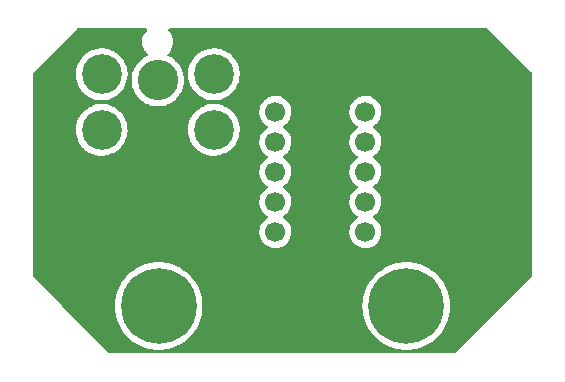
<source format=gbr>
%TF.GenerationSoftware,KiCad,Pcbnew,(6.0.0)*%
%TF.CreationDate,2024-07-10T16:52:07-07:00*%
%TF.ProjectId,pre_cursed_dc_inlet,7072655f-6375-4727-9365-645f64635f69,rev?*%
%TF.SameCoordinates,Original*%
%TF.FileFunction,Copper,L2,Bot*%
%TF.FilePolarity,Positive*%
%FSLAX46Y46*%
G04 Gerber Fmt 4.6, Leading zero omitted, Abs format (unit mm)*
G04 Created by KiCad (PCBNEW (6.0.0)) date 2024-07-10 16:52:07*
%MOMM*%
%LPD*%
G01*
G04 APERTURE LIST*
%TA.AperFunction,ComponentPad*%
%ADD10C,1.700000*%
%TD*%
%TA.AperFunction,ComponentPad*%
%ADD11C,6.400000*%
%TD*%
%TA.AperFunction,ComponentPad*%
%ADD12C,3.420000*%
%TD*%
%TA.AperFunction,ComponentPad*%
%ADD13C,3.360000*%
%TD*%
G04 APERTURE END LIST*
D10*
%TO.P,V-,1*%
%TO.N,V-*%
X155760000Y-92080000D03*
X148140000Y-102240000D03*
X155760000Y-94620000D03*
X155760000Y-97160000D03*
X148140000Y-97160000D03*
X155760000Y-102240000D03*
X155760000Y-99700000D03*
X148140000Y-92080000D03*
X148140000Y-94620000D03*
X148140000Y-99700000D03*
%TD*%
D11*
%TO.P,REF\u002A\u002A,1*%
%TO.N,V-*%
X159223204Y-108510366D03*
%TD*%
%TO.P,REF\u002A\u002A,1*%
%TO.N,V-*%
X138252832Y-108510366D03*
%TD*%
D10*
%TO.P,V+,1*%
%TO.N,V+*%
X167610000Y-92080000D03*
X159990000Y-102240000D03*
X167610000Y-94620000D03*
X167610000Y-97160000D03*
X159990000Y-97160000D03*
X167610000Y-102240000D03*
X167610000Y-99700000D03*
X159990000Y-92080000D03*
X159990000Y-94620000D03*
X159990000Y-99700000D03*
%TD*%
D12*
%TO.P,Vin,1*%
%TO.N,V+*%
X138180000Y-95390000D03*
%TO.P,Vin,2*%
%TO.N,V-*%
X138180000Y-89390000D03*
D13*
%TO.P,Vin,MH1*%
X142930000Y-93590000D03*
%TO.P,Vin,MH2*%
X142930000Y-88890000D03*
%TO.P,Vin,MH3*%
X133430000Y-93590000D03*
%TO.P,Vin,MH4*%
X133430000Y-88890000D03*
%TD*%
%TA.AperFunction,Conductor*%
%TO.N,V+*%
G36*
X137225433Y-85028002D02*
G01*
X137271926Y-85081658D01*
X137282030Y-85151932D01*
X137252536Y-85216512D01*
X137246407Y-85223095D01*
X137173802Y-85295700D01*
X137042477Y-85483251D01*
X137040154Y-85488233D01*
X137040151Y-85488238D01*
X136948039Y-85685775D01*
X136945716Y-85690757D01*
X136886457Y-85911913D01*
X136866502Y-86140000D01*
X136886457Y-86368087D01*
X136945716Y-86589243D01*
X136948039Y-86594224D01*
X136948039Y-86594225D01*
X137040151Y-86791762D01*
X137040154Y-86791767D01*
X137042477Y-86796749D01*
X137115902Y-86901611D01*
X137146992Y-86946011D01*
X137173802Y-86984300D01*
X137335700Y-87146198D01*
X137333992Y-87147906D01*
X137367632Y-87198514D01*
X137368728Y-87269503D01*
X137331271Y-87329814D01*
X137303026Y-87348881D01*
X137072074Y-87462773D01*
X137072069Y-87462776D01*
X137068370Y-87464600D01*
X137064937Y-87466894D01*
X136829996Y-87623876D01*
X136829991Y-87623880D01*
X136826565Y-87626169D01*
X136823471Y-87628883D01*
X136823465Y-87628887D01*
X136685199Y-87750144D01*
X136607918Y-87817918D01*
X136605209Y-87821007D01*
X136418887Y-88033465D01*
X136418883Y-88033471D01*
X136416169Y-88036565D01*
X136413880Y-88039991D01*
X136413876Y-88039996D01*
X136338776Y-88152392D01*
X136254600Y-88278370D01*
X136252776Y-88282069D01*
X136252773Y-88282074D01*
X136209213Y-88370406D01*
X136125976Y-88539195D01*
X136032496Y-88814578D01*
X136031692Y-88818622D01*
X136031690Y-88818628D01*
X136022063Y-88867029D01*
X135975760Y-89099806D01*
X135956740Y-89390000D01*
X135975760Y-89680194D01*
X135976562Y-89684227D01*
X135976563Y-89684233D01*
X136031690Y-89961372D01*
X136032496Y-89965422D01*
X136033823Y-89969331D01*
X136033824Y-89969335D01*
X136065154Y-90061629D01*
X136125976Y-90240805D01*
X136156367Y-90302432D01*
X136241967Y-90476012D01*
X136254600Y-90501630D01*
X136256894Y-90505063D01*
X136402402Y-90722831D01*
X136416169Y-90743435D01*
X136418883Y-90746529D01*
X136418887Y-90746535D01*
X136511977Y-90852683D01*
X136607918Y-90962082D01*
X136611007Y-90964791D01*
X136823465Y-91151113D01*
X136823471Y-91151117D01*
X136826565Y-91153831D01*
X136829991Y-91156120D01*
X136829996Y-91156124D01*
X137011196Y-91277197D01*
X137068370Y-91315400D01*
X137072069Y-91317224D01*
X137072074Y-91317227D01*
X137205680Y-91383113D01*
X137329195Y-91444024D01*
X137333100Y-91445349D01*
X137333101Y-91445350D01*
X137600665Y-91536176D01*
X137600669Y-91536177D01*
X137604578Y-91537504D01*
X137608622Y-91538308D01*
X137608628Y-91538310D01*
X137885767Y-91593437D01*
X137885773Y-91593438D01*
X137889806Y-91594240D01*
X137893911Y-91594509D01*
X137893918Y-91594510D01*
X138175881Y-91612990D01*
X138180000Y-91613260D01*
X138184119Y-91612990D01*
X138466082Y-91594510D01*
X138466089Y-91594509D01*
X138470194Y-91594240D01*
X138474227Y-91593438D01*
X138474233Y-91593437D01*
X138751372Y-91538310D01*
X138751378Y-91538308D01*
X138755422Y-91537504D01*
X138759331Y-91536177D01*
X138759335Y-91536176D01*
X139026899Y-91445350D01*
X139026900Y-91445349D01*
X139030805Y-91444024D01*
X139154320Y-91383113D01*
X139287926Y-91317227D01*
X139287931Y-91317224D01*
X139291630Y-91315400D01*
X139348804Y-91277197D01*
X139530004Y-91156124D01*
X139530009Y-91156120D01*
X139533435Y-91153831D01*
X139536529Y-91151117D01*
X139536535Y-91151113D01*
X139748993Y-90964791D01*
X139752082Y-90962082D01*
X139848023Y-90852683D01*
X139941113Y-90746535D01*
X139941117Y-90746529D01*
X139943831Y-90743435D01*
X139957599Y-90722831D01*
X140103106Y-90505063D01*
X140105400Y-90501630D01*
X140118034Y-90476012D01*
X140203633Y-90302432D01*
X140234024Y-90240805D01*
X140294846Y-90061629D01*
X140326176Y-89969335D01*
X140326177Y-89969331D01*
X140327504Y-89965422D01*
X140328310Y-89961372D01*
X140383437Y-89684233D01*
X140383438Y-89684227D01*
X140384240Y-89680194D01*
X140403260Y-89390000D01*
X140384240Y-89099806D01*
X140337938Y-88867029D01*
X140736506Y-88867029D01*
X140753683Y-89164933D01*
X140754508Y-89169140D01*
X140754509Y-89169145D01*
X140767068Y-89233157D01*
X140811132Y-89457749D01*
X140812519Y-89461800D01*
X140885884Y-89676082D01*
X140907788Y-89740060D01*
X140909714Y-89743889D01*
X141023102Y-89969335D01*
X141041864Y-90006640D01*
X141044290Y-90010169D01*
X141044293Y-90010175D01*
X141084621Y-90068852D01*
X141210879Y-90252558D01*
X141411705Y-90473263D01*
X141449737Y-90505063D01*
X141637334Y-90661919D01*
X141637339Y-90661923D01*
X141640626Y-90664671D01*
X141760717Y-90740004D01*
X141889766Y-90820957D01*
X141889770Y-90820959D01*
X141893406Y-90823240D01*
X141897316Y-90825005D01*
X141897317Y-90825006D01*
X142161455Y-90944269D01*
X142161459Y-90944271D01*
X142165367Y-90946035D01*
X142219541Y-90962082D01*
X142447365Y-91029567D01*
X142447369Y-91029568D01*
X142451478Y-91030785D01*
X142455712Y-91031433D01*
X142455717Y-91031434D01*
X142715150Y-91071132D01*
X142746443Y-91075921D01*
X142898363Y-91078308D01*
X143040514Y-91080541D01*
X143040520Y-91080541D01*
X143044805Y-91080608D01*
X143341042Y-91044759D01*
X143629674Y-90969038D01*
X143633634Y-90967398D01*
X143633639Y-90967396D01*
X143782362Y-90905793D01*
X143905358Y-90854846D01*
X143936518Y-90836638D01*
X144159296Y-90706457D01*
X144159297Y-90706457D01*
X144162994Y-90704296D01*
X144213530Y-90664671D01*
X144394442Y-90522817D01*
X144397814Y-90520173D01*
X144415784Y-90501630D01*
X144602491Y-90308963D01*
X144605474Y-90305885D01*
X144608007Y-90302437D01*
X144608011Y-90302432D01*
X144779592Y-90068852D01*
X144782130Y-90065397D01*
X144814032Y-90006640D01*
X144922463Y-89806935D01*
X144922464Y-89806933D01*
X144924513Y-89803159D01*
X145029989Y-89524024D01*
X145096607Y-89233157D01*
X145123133Y-88935940D01*
X145123614Y-88890000D01*
X145118472Y-88814578D01*
X145103610Y-88596569D01*
X145103609Y-88596563D01*
X145103318Y-88592292D01*
X145098609Y-88569550D01*
X145072195Y-88442003D01*
X145042807Y-88300094D01*
X144943199Y-88018811D01*
X144806339Y-87753649D01*
X144790123Y-87730575D01*
X144637221Y-87513019D01*
X144634758Y-87509514D01*
X144467771Y-87329814D01*
X144434553Y-87294067D01*
X144434550Y-87294064D01*
X144431632Y-87290924D01*
X144200719Y-87101924D01*
X144147803Y-87069497D01*
X143949943Y-86948247D01*
X143949935Y-86948243D01*
X143946293Y-86946011D01*
X143942376Y-86944292D01*
X143942373Y-86944290D01*
X143821453Y-86891210D01*
X143673060Y-86826071D01*
X143668932Y-86824895D01*
X143668929Y-86824894D01*
X143552617Y-86791762D01*
X143386078Y-86744322D01*
X143381836Y-86743718D01*
X143381830Y-86743717D01*
X143094907Y-86702882D01*
X143090656Y-86702277D01*
X142934109Y-86701458D01*
X142796549Y-86700737D01*
X142796543Y-86700737D01*
X142792262Y-86700715D01*
X142788018Y-86701274D01*
X142788014Y-86701274D01*
X142658290Y-86718352D01*
X142496416Y-86739663D01*
X142492276Y-86740796D01*
X142492274Y-86740796D01*
X142475083Y-86745499D01*
X142208594Y-86818403D01*
X142141889Y-86846855D01*
X141938062Y-86933794D01*
X141938055Y-86933798D01*
X141934120Y-86935476D01*
X141678075Y-87088716D01*
X141674724Y-87091400D01*
X141674722Y-87091402D01*
X141658198Y-87104640D01*
X141445195Y-87275287D01*
X141239791Y-87491738D01*
X141065663Y-87734062D01*
X140926034Y-87997777D01*
X140924562Y-88001800D01*
X140924560Y-88001804D01*
X140832438Y-88253538D01*
X140823486Y-88278001D01*
X140759918Y-88569550D01*
X140736506Y-88867029D01*
X140337938Y-88867029D01*
X140328310Y-88818628D01*
X140328308Y-88818622D01*
X140327504Y-88814578D01*
X140234024Y-88539195D01*
X140150787Y-88370406D01*
X140107227Y-88282074D01*
X140107224Y-88282069D01*
X140105400Y-88278370D01*
X140021224Y-88152392D01*
X139946124Y-88039996D01*
X139946120Y-88039991D01*
X139943831Y-88036565D01*
X139941117Y-88033471D01*
X139941113Y-88033465D01*
X139754791Y-87821007D01*
X139752082Y-87817918D01*
X139674801Y-87750144D01*
X139536535Y-87628887D01*
X139536529Y-87628883D01*
X139533435Y-87626169D01*
X139530009Y-87623880D01*
X139530004Y-87623876D01*
X139295063Y-87466894D01*
X139291630Y-87464600D01*
X139287931Y-87462776D01*
X139287926Y-87462773D01*
X139056974Y-87348881D01*
X139004725Y-87300813D01*
X138986758Y-87232127D01*
X139008777Y-87164632D01*
X139024926Y-87146824D01*
X139024300Y-87146198D01*
X139186198Y-86984300D01*
X139213009Y-86946011D01*
X139244098Y-86901611D01*
X139317523Y-86796749D01*
X139319846Y-86791767D01*
X139319849Y-86791762D01*
X139411961Y-86594225D01*
X139411961Y-86594224D01*
X139414284Y-86589243D01*
X139473543Y-86368087D01*
X139493498Y-86140000D01*
X139473543Y-85911913D01*
X139414284Y-85690757D01*
X139411961Y-85685775D01*
X139319849Y-85488238D01*
X139319846Y-85488233D01*
X139317523Y-85483251D01*
X139186198Y-85295700D01*
X139113593Y-85223095D01*
X139079567Y-85160783D01*
X139084632Y-85089968D01*
X139127179Y-85033132D01*
X139193699Y-85008321D01*
X139202688Y-85008000D01*
X166079106Y-85008000D01*
X166147227Y-85028002D01*
X166168201Y-85044905D01*
X169796811Y-88673515D01*
X169830837Y-88735827D01*
X169833716Y-88762610D01*
X169833716Y-105987385D01*
X169813714Y-106055506D01*
X169796811Y-106076480D01*
X163418201Y-112455091D01*
X163355889Y-112489117D01*
X163329106Y-112491996D01*
X134146930Y-112491996D01*
X134078809Y-112471994D01*
X134057835Y-112455091D01*
X130113109Y-108510366D01*
X134539243Y-108510366D01*
X134559586Y-108898542D01*
X134620394Y-109282465D01*
X134720999Y-109657928D01*
X134860300Y-110020819D01*
X135036770Y-110367160D01*
X135248475Y-110693159D01*
X135493098Y-110995242D01*
X135767956Y-111270100D01*
X136070039Y-111514723D01*
X136396037Y-111726428D01*
X136398971Y-111727923D01*
X136398978Y-111727927D01*
X136739439Y-111901400D01*
X136742379Y-111902898D01*
X137105270Y-112042199D01*
X137480733Y-112142804D01*
X137684625Y-112175098D01*
X137861408Y-112203098D01*
X137861416Y-112203099D01*
X137864656Y-112203612D01*
X138252832Y-112223955D01*
X138641008Y-112203612D01*
X138644248Y-112203099D01*
X138644256Y-112203098D01*
X138821039Y-112175098D01*
X139024931Y-112142804D01*
X139400394Y-112042199D01*
X139763285Y-111902898D01*
X139766225Y-111901400D01*
X140106686Y-111727927D01*
X140106693Y-111727923D01*
X140109627Y-111726428D01*
X140435625Y-111514723D01*
X140737708Y-111270100D01*
X141012566Y-110995242D01*
X141257189Y-110693159D01*
X141468894Y-110367160D01*
X141645364Y-110020819D01*
X141784665Y-109657928D01*
X141885270Y-109282465D01*
X141946078Y-108898542D01*
X141966421Y-108510366D01*
X155509615Y-108510366D01*
X155529958Y-108898542D01*
X155590766Y-109282465D01*
X155691371Y-109657928D01*
X155830672Y-110020819D01*
X156007142Y-110367160D01*
X156218847Y-110693159D01*
X156463470Y-110995242D01*
X156738328Y-111270100D01*
X157040411Y-111514723D01*
X157366409Y-111726428D01*
X157369343Y-111727923D01*
X157369350Y-111727927D01*
X157709811Y-111901400D01*
X157712751Y-111902898D01*
X158075642Y-112042199D01*
X158451105Y-112142804D01*
X158654997Y-112175098D01*
X158831780Y-112203098D01*
X158831788Y-112203099D01*
X158835028Y-112203612D01*
X159223204Y-112223955D01*
X159611380Y-112203612D01*
X159614620Y-112203099D01*
X159614628Y-112203098D01*
X159791411Y-112175098D01*
X159995303Y-112142804D01*
X160370766Y-112042199D01*
X160733657Y-111902898D01*
X160736597Y-111901400D01*
X161077058Y-111727927D01*
X161077065Y-111727923D01*
X161079999Y-111726428D01*
X161405997Y-111514723D01*
X161708080Y-111270100D01*
X161982938Y-110995242D01*
X162227561Y-110693159D01*
X162439266Y-110367160D01*
X162615736Y-110020819D01*
X162755037Y-109657928D01*
X162855642Y-109282465D01*
X162916450Y-108898542D01*
X162936793Y-108510366D01*
X162916450Y-108122190D01*
X162855642Y-107738267D01*
X162755037Y-107362804D01*
X162615736Y-106999913D01*
X162439266Y-106653572D01*
X162393705Y-106583413D01*
X162229356Y-106330337D01*
X162229356Y-106330336D01*
X162227561Y-106327573D01*
X161982938Y-106025490D01*
X161708080Y-105750632D01*
X161405997Y-105506009D01*
X161079999Y-105294304D01*
X161077065Y-105292809D01*
X161077058Y-105292805D01*
X160736597Y-105119332D01*
X160733657Y-105117834D01*
X160370766Y-104978533D01*
X159995303Y-104877928D01*
X159791411Y-104845634D01*
X159614628Y-104817634D01*
X159614620Y-104817633D01*
X159611380Y-104817120D01*
X159223204Y-104796777D01*
X158835028Y-104817120D01*
X158831788Y-104817633D01*
X158831780Y-104817634D01*
X158654997Y-104845634D01*
X158451105Y-104877928D01*
X158075642Y-104978533D01*
X157712751Y-105117834D01*
X157709811Y-105119332D01*
X157369351Y-105292805D01*
X157369344Y-105292809D01*
X157366410Y-105294304D01*
X157040411Y-105506009D01*
X156738328Y-105750632D01*
X156463470Y-106025490D01*
X156218847Y-106327573D01*
X156217052Y-106330336D01*
X156217052Y-106330337D01*
X156052704Y-106583413D01*
X156007142Y-106653572D01*
X155830672Y-106999913D01*
X155691371Y-107362804D01*
X155590766Y-107738267D01*
X155529958Y-108122190D01*
X155509615Y-108510366D01*
X141966421Y-108510366D01*
X141946078Y-108122190D01*
X141885270Y-107738267D01*
X141784665Y-107362804D01*
X141645364Y-106999913D01*
X141468894Y-106653572D01*
X141423333Y-106583413D01*
X141258984Y-106330337D01*
X141258984Y-106330336D01*
X141257189Y-106327573D01*
X141012566Y-106025490D01*
X140737708Y-105750632D01*
X140435625Y-105506009D01*
X140109627Y-105294304D01*
X140106693Y-105292809D01*
X140106686Y-105292805D01*
X139766225Y-105119332D01*
X139763285Y-105117834D01*
X139400394Y-104978533D01*
X139024931Y-104877928D01*
X138821039Y-104845634D01*
X138644256Y-104817634D01*
X138644248Y-104817633D01*
X138641008Y-104817120D01*
X138252832Y-104796777D01*
X137864656Y-104817120D01*
X137861416Y-104817633D01*
X137861408Y-104817634D01*
X137684625Y-104845634D01*
X137480733Y-104877928D01*
X137105270Y-104978533D01*
X136742379Y-105117834D01*
X136739439Y-105119332D01*
X136398979Y-105292805D01*
X136398972Y-105292809D01*
X136396038Y-105294304D01*
X136070039Y-105506009D01*
X135767956Y-105750632D01*
X135493098Y-106025490D01*
X135248475Y-106327573D01*
X135246680Y-106330336D01*
X135246680Y-106330337D01*
X135082332Y-106583413D01*
X135036770Y-106653572D01*
X134860300Y-106999913D01*
X134720999Y-107362804D01*
X134620394Y-107738267D01*
X134559586Y-108122190D01*
X134539243Y-108510366D01*
X130113109Y-108510366D01*
X127679224Y-106076481D01*
X127645198Y-106014169D01*
X127642319Y-105987386D01*
X127642319Y-102206695D01*
X146777251Y-102206695D01*
X146777548Y-102211848D01*
X146777548Y-102211851D01*
X146783011Y-102306590D01*
X146790110Y-102429715D01*
X146791247Y-102434761D01*
X146791248Y-102434767D01*
X146811119Y-102522939D01*
X146839222Y-102647639D01*
X146923266Y-102854616D01*
X147039987Y-103045088D01*
X147186250Y-103213938D01*
X147358126Y-103356632D01*
X147551000Y-103469338D01*
X147759692Y-103549030D01*
X147764760Y-103550061D01*
X147764763Y-103550062D01*
X147872017Y-103571883D01*
X147978597Y-103593567D01*
X147983772Y-103593757D01*
X147983774Y-103593757D01*
X148196673Y-103601564D01*
X148196677Y-103601564D01*
X148201837Y-103601753D01*
X148206957Y-103601097D01*
X148206959Y-103601097D01*
X148418288Y-103574025D01*
X148418289Y-103574025D01*
X148423416Y-103573368D01*
X148428366Y-103571883D01*
X148632429Y-103510661D01*
X148632434Y-103510659D01*
X148637384Y-103509174D01*
X148837994Y-103410896D01*
X149019860Y-103281173D01*
X149178096Y-103123489D01*
X149237594Y-103040689D01*
X149305435Y-102946277D01*
X149308453Y-102942077D01*
X149407430Y-102741811D01*
X149472370Y-102528069D01*
X149501529Y-102306590D01*
X149503156Y-102240000D01*
X149500418Y-102206695D01*
X154397251Y-102206695D01*
X154397548Y-102211848D01*
X154397548Y-102211851D01*
X154403011Y-102306590D01*
X154410110Y-102429715D01*
X154411247Y-102434761D01*
X154411248Y-102434767D01*
X154431119Y-102522939D01*
X154459222Y-102647639D01*
X154543266Y-102854616D01*
X154659987Y-103045088D01*
X154806250Y-103213938D01*
X154978126Y-103356632D01*
X155171000Y-103469338D01*
X155379692Y-103549030D01*
X155384760Y-103550061D01*
X155384763Y-103550062D01*
X155492017Y-103571883D01*
X155598597Y-103593567D01*
X155603772Y-103593757D01*
X155603774Y-103593757D01*
X155816673Y-103601564D01*
X155816677Y-103601564D01*
X155821837Y-103601753D01*
X155826957Y-103601097D01*
X155826959Y-103601097D01*
X156038288Y-103574025D01*
X156038289Y-103574025D01*
X156043416Y-103573368D01*
X156048366Y-103571883D01*
X156252429Y-103510661D01*
X156252434Y-103510659D01*
X156257384Y-103509174D01*
X156457994Y-103410896D01*
X156639860Y-103281173D01*
X156798096Y-103123489D01*
X156857594Y-103040689D01*
X156925435Y-102946277D01*
X156928453Y-102942077D01*
X157027430Y-102741811D01*
X157092370Y-102528069D01*
X157121529Y-102306590D01*
X157123156Y-102240000D01*
X157104852Y-102017361D01*
X157050431Y-101800702D01*
X156961354Y-101595840D01*
X156840014Y-101408277D01*
X156689670Y-101243051D01*
X156685619Y-101239852D01*
X156685615Y-101239848D01*
X156518414Y-101107800D01*
X156518410Y-101107798D01*
X156514359Y-101104598D01*
X156473053Y-101081796D01*
X156423084Y-101031364D01*
X156408312Y-100961921D01*
X156433428Y-100895516D01*
X156460780Y-100868909D01*
X156504603Y-100837650D01*
X156639860Y-100741173D01*
X156798096Y-100583489D01*
X156857594Y-100500689D01*
X156925435Y-100406277D01*
X156928453Y-100402077D01*
X157027430Y-100201811D01*
X157092370Y-99988069D01*
X157121529Y-99766590D01*
X157123156Y-99700000D01*
X157104852Y-99477361D01*
X157050431Y-99260702D01*
X156961354Y-99055840D01*
X156840014Y-98868277D01*
X156689670Y-98703051D01*
X156685619Y-98699852D01*
X156685615Y-98699848D01*
X156518414Y-98567800D01*
X156518410Y-98567798D01*
X156514359Y-98564598D01*
X156473053Y-98541796D01*
X156423084Y-98491364D01*
X156408312Y-98421921D01*
X156433428Y-98355516D01*
X156460780Y-98328909D01*
X156504603Y-98297650D01*
X156639860Y-98201173D01*
X156798096Y-98043489D01*
X156857594Y-97960689D01*
X156925435Y-97866277D01*
X156928453Y-97862077D01*
X157027430Y-97661811D01*
X157092370Y-97448069D01*
X157121529Y-97226590D01*
X157123156Y-97160000D01*
X157104852Y-96937361D01*
X157050431Y-96720702D01*
X156961354Y-96515840D01*
X156840014Y-96328277D01*
X156689670Y-96163051D01*
X156685619Y-96159852D01*
X156685615Y-96159848D01*
X156518414Y-96027800D01*
X156518410Y-96027798D01*
X156514359Y-96024598D01*
X156473053Y-96001796D01*
X156423084Y-95951364D01*
X156408312Y-95881921D01*
X156433428Y-95815516D01*
X156460780Y-95788909D01*
X156524203Y-95743670D01*
X156639860Y-95661173D01*
X156798096Y-95503489D01*
X156857594Y-95420689D01*
X156925435Y-95326277D01*
X156928453Y-95322077D01*
X157000643Y-95176012D01*
X157025136Y-95126453D01*
X157025137Y-95126451D01*
X157027430Y-95121811D01*
X157092370Y-94908069D01*
X157121529Y-94686590D01*
X157123156Y-94620000D01*
X157104852Y-94397361D01*
X157050431Y-94180702D01*
X156961354Y-93975840D01*
X156840014Y-93788277D01*
X156689670Y-93623051D01*
X156685619Y-93619852D01*
X156685615Y-93619848D01*
X156518414Y-93487800D01*
X156518410Y-93487798D01*
X156514359Y-93484598D01*
X156473053Y-93461796D01*
X156423084Y-93411364D01*
X156408312Y-93341921D01*
X156433428Y-93275516D01*
X156460780Y-93248909D01*
X156504603Y-93217650D01*
X156639860Y-93121173D01*
X156798096Y-92963489D01*
X156857594Y-92880689D01*
X156925435Y-92786277D01*
X156928453Y-92782077D01*
X156961604Y-92715002D01*
X157025136Y-92586453D01*
X157025137Y-92586451D01*
X157027430Y-92581811D01*
X157092370Y-92368069D01*
X157121529Y-92146590D01*
X157123156Y-92080000D01*
X157104852Y-91857361D01*
X157050431Y-91640702D01*
X156961354Y-91435840D01*
X156840014Y-91248277D01*
X156689670Y-91083051D01*
X156685619Y-91079852D01*
X156685615Y-91079848D01*
X156518414Y-90947800D01*
X156518410Y-90947798D01*
X156514359Y-90944598D01*
X156318789Y-90836638D01*
X156313920Y-90834914D01*
X156313916Y-90834912D01*
X156113087Y-90763795D01*
X156113083Y-90763794D01*
X156108212Y-90762069D01*
X156103119Y-90761162D01*
X156103116Y-90761161D01*
X155893373Y-90723800D01*
X155893367Y-90723799D01*
X155888284Y-90722894D01*
X155814452Y-90721992D01*
X155670081Y-90720228D01*
X155670079Y-90720228D01*
X155664911Y-90720165D01*
X155444091Y-90753955D01*
X155231756Y-90823357D01*
X155033607Y-90926507D01*
X155029474Y-90929610D01*
X155029471Y-90929612D01*
X154859100Y-91057530D01*
X154854965Y-91060635D01*
X154835942Y-91080541D01*
X154763714Y-91156124D01*
X154700629Y-91222138D01*
X154574743Y-91406680D01*
X154559693Y-91439103D01*
X154487556Y-91594510D01*
X154480688Y-91609305D01*
X154420989Y-91824570D01*
X154397251Y-92046695D01*
X154397548Y-92051848D01*
X154397548Y-92051851D01*
X154403011Y-92146590D01*
X154410110Y-92269715D01*
X154411247Y-92274761D01*
X154411248Y-92274767D01*
X154431119Y-92362939D01*
X154459222Y-92487639D01*
X154543266Y-92694616D01*
X154659987Y-92885088D01*
X154806250Y-93053938D01*
X154978126Y-93196632D01*
X155048595Y-93237811D01*
X155051445Y-93239476D01*
X155100169Y-93291114D01*
X155113240Y-93360897D01*
X155086509Y-93426669D01*
X155046055Y-93460027D01*
X155033607Y-93466507D01*
X155029474Y-93469610D01*
X155029471Y-93469612D01*
X154859100Y-93597530D01*
X154854965Y-93600635D01*
X154700629Y-93762138D01*
X154574743Y-93946680D01*
X154480688Y-94149305D01*
X154420989Y-94364570D01*
X154397251Y-94586695D01*
X154397548Y-94591848D01*
X154397548Y-94591851D01*
X154403011Y-94686590D01*
X154410110Y-94809715D01*
X154411247Y-94814761D01*
X154411248Y-94814767D01*
X154431119Y-94902939D01*
X154459222Y-95027639D01*
X154543266Y-95234616D01*
X154545965Y-95239020D01*
X154647246Y-95404296D01*
X154659987Y-95425088D01*
X154806250Y-95593938D01*
X154978126Y-95736632D01*
X154992034Y-95744759D01*
X155051445Y-95779476D01*
X155100169Y-95831114D01*
X155113240Y-95900897D01*
X155086509Y-95966669D01*
X155046055Y-96000027D01*
X155033607Y-96006507D01*
X155029474Y-96009610D01*
X155029471Y-96009612D01*
X155005247Y-96027800D01*
X154854965Y-96140635D01*
X154700629Y-96302138D01*
X154574743Y-96486680D01*
X154480688Y-96689305D01*
X154420989Y-96904570D01*
X154397251Y-97126695D01*
X154397548Y-97131848D01*
X154397548Y-97131851D01*
X154403011Y-97226590D01*
X154410110Y-97349715D01*
X154411247Y-97354761D01*
X154411248Y-97354767D01*
X154431119Y-97442939D01*
X154459222Y-97567639D01*
X154543266Y-97774616D01*
X154659987Y-97965088D01*
X154806250Y-98133938D01*
X154978126Y-98276632D01*
X155048595Y-98317811D01*
X155051445Y-98319476D01*
X155100169Y-98371114D01*
X155113240Y-98440897D01*
X155086509Y-98506669D01*
X155046055Y-98540027D01*
X155033607Y-98546507D01*
X155029474Y-98549610D01*
X155029471Y-98549612D01*
X155005247Y-98567800D01*
X154854965Y-98680635D01*
X154700629Y-98842138D01*
X154574743Y-99026680D01*
X154480688Y-99229305D01*
X154420989Y-99444570D01*
X154397251Y-99666695D01*
X154397548Y-99671848D01*
X154397548Y-99671851D01*
X154403011Y-99766590D01*
X154410110Y-99889715D01*
X154411247Y-99894761D01*
X154411248Y-99894767D01*
X154431119Y-99982939D01*
X154459222Y-100107639D01*
X154543266Y-100314616D01*
X154659987Y-100505088D01*
X154806250Y-100673938D01*
X154978126Y-100816632D01*
X155048595Y-100857811D01*
X155051445Y-100859476D01*
X155100169Y-100911114D01*
X155113240Y-100980897D01*
X155086509Y-101046669D01*
X155046055Y-101080027D01*
X155033607Y-101086507D01*
X155029474Y-101089610D01*
X155029471Y-101089612D01*
X155005247Y-101107800D01*
X154854965Y-101220635D01*
X154700629Y-101382138D01*
X154574743Y-101566680D01*
X154480688Y-101769305D01*
X154420989Y-101984570D01*
X154397251Y-102206695D01*
X149500418Y-102206695D01*
X149484852Y-102017361D01*
X149430431Y-101800702D01*
X149341354Y-101595840D01*
X149220014Y-101408277D01*
X149069670Y-101243051D01*
X149065619Y-101239852D01*
X149065615Y-101239848D01*
X148898414Y-101107800D01*
X148898410Y-101107798D01*
X148894359Y-101104598D01*
X148853053Y-101081796D01*
X148803084Y-101031364D01*
X148788312Y-100961921D01*
X148813428Y-100895516D01*
X148840780Y-100868909D01*
X148884603Y-100837650D01*
X149019860Y-100741173D01*
X149178096Y-100583489D01*
X149237594Y-100500689D01*
X149305435Y-100406277D01*
X149308453Y-100402077D01*
X149407430Y-100201811D01*
X149472370Y-99988069D01*
X149501529Y-99766590D01*
X149503156Y-99700000D01*
X149484852Y-99477361D01*
X149430431Y-99260702D01*
X149341354Y-99055840D01*
X149220014Y-98868277D01*
X149069670Y-98703051D01*
X149065619Y-98699852D01*
X149065615Y-98699848D01*
X148898414Y-98567800D01*
X148898410Y-98567798D01*
X148894359Y-98564598D01*
X148853053Y-98541796D01*
X148803084Y-98491364D01*
X148788312Y-98421921D01*
X148813428Y-98355516D01*
X148840780Y-98328909D01*
X148884603Y-98297650D01*
X149019860Y-98201173D01*
X149178096Y-98043489D01*
X149237594Y-97960689D01*
X149305435Y-97866277D01*
X149308453Y-97862077D01*
X149407430Y-97661811D01*
X149472370Y-97448069D01*
X149501529Y-97226590D01*
X149503156Y-97160000D01*
X149484852Y-96937361D01*
X149430431Y-96720702D01*
X149341354Y-96515840D01*
X149220014Y-96328277D01*
X149069670Y-96163051D01*
X149065619Y-96159852D01*
X149065615Y-96159848D01*
X148898414Y-96027800D01*
X148898410Y-96027798D01*
X148894359Y-96024598D01*
X148853053Y-96001796D01*
X148803084Y-95951364D01*
X148788312Y-95881921D01*
X148813428Y-95815516D01*
X148840780Y-95788909D01*
X148904203Y-95743670D01*
X149019860Y-95661173D01*
X149178096Y-95503489D01*
X149237594Y-95420689D01*
X149305435Y-95326277D01*
X149308453Y-95322077D01*
X149380643Y-95176012D01*
X149405136Y-95126453D01*
X149405137Y-95126451D01*
X149407430Y-95121811D01*
X149472370Y-94908069D01*
X149501529Y-94686590D01*
X149503156Y-94620000D01*
X149484852Y-94397361D01*
X149430431Y-94180702D01*
X149341354Y-93975840D01*
X149220014Y-93788277D01*
X149069670Y-93623051D01*
X149065619Y-93619852D01*
X149065615Y-93619848D01*
X148898414Y-93487800D01*
X148898410Y-93487798D01*
X148894359Y-93484598D01*
X148853053Y-93461796D01*
X148803084Y-93411364D01*
X148788312Y-93341921D01*
X148813428Y-93275516D01*
X148840780Y-93248909D01*
X148884603Y-93217650D01*
X149019860Y-93121173D01*
X149178096Y-92963489D01*
X149237594Y-92880689D01*
X149305435Y-92786277D01*
X149308453Y-92782077D01*
X149341604Y-92715002D01*
X149405136Y-92586453D01*
X149405137Y-92586451D01*
X149407430Y-92581811D01*
X149472370Y-92368069D01*
X149501529Y-92146590D01*
X149503156Y-92080000D01*
X149484852Y-91857361D01*
X149430431Y-91640702D01*
X149341354Y-91435840D01*
X149220014Y-91248277D01*
X149069670Y-91083051D01*
X149065619Y-91079852D01*
X149065615Y-91079848D01*
X148898414Y-90947800D01*
X148898410Y-90947798D01*
X148894359Y-90944598D01*
X148698789Y-90836638D01*
X148693920Y-90834914D01*
X148693916Y-90834912D01*
X148493087Y-90763795D01*
X148493083Y-90763794D01*
X148488212Y-90762069D01*
X148483119Y-90761162D01*
X148483116Y-90761161D01*
X148273373Y-90723800D01*
X148273367Y-90723799D01*
X148268284Y-90722894D01*
X148194452Y-90721992D01*
X148050081Y-90720228D01*
X148050079Y-90720228D01*
X148044911Y-90720165D01*
X147824091Y-90753955D01*
X147611756Y-90823357D01*
X147413607Y-90926507D01*
X147409474Y-90929610D01*
X147409471Y-90929612D01*
X147239100Y-91057530D01*
X147234965Y-91060635D01*
X147215942Y-91080541D01*
X147143714Y-91156124D01*
X147080629Y-91222138D01*
X146954743Y-91406680D01*
X146939693Y-91439103D01*
X146867556Y-91594510D01*
X146860688Y-91609305D01*
X146800989Y-91824570D01*
X146777251Y-92046695D01*
X146777548Y-92051848D01*
X146777548Y-92051851D01*
X146783011Y-92146590D01*
X146790110Y-92269715D01*
X146791247Y-92274761D01*
X146791248Y-92274767D01*
X146811119Y-92362939D01*
X146839222Y-92487639D01*
X146923266Y-92694616D01*
X147039987Y-92885088D01*
X147186250Y-93053938D01*
X147358126Y-93196632D01*
X147428595Y-93237811D01*
X147431445Y-93239476D01*
X147480169Y-93291114D01*
X147493240Y-93360897D01*
X147466509Y-93426669D01*
X147426055Y-93460027D01*
X147413607Y-93466507D01*
X147409474Y-93469610D01*
X147409471Y-93469612D01*
X147239100Y-93597530D01*
X147234965Y-93600635D01*
X147080629Y-93762138D01*
X146954743Y-93946680D01*
X146860688Y-94149305D01*
X146800989Y-94364570D01*
X146777251Y-94586695D01*
X146777548Y-94591848D01*
X146777548Y-94591851D01*
X146783011Y-94686590D01*
X146790110Y-94809715D01*
X146791247Y-94814761D01*
X146791248Y-94814767D01*
X146811119Y-94902939D01*
X146839222Y-95027639D01*
X146923266Y-95234616D01*
X146925965Y-95239020D01*
X147027246Y-95404296D01*
X147039987Y-95425088D01*
X147186250Y-95593938D01*
X147358126Y-95736632D01*
X147372034Y-95744759D01*
X147431445Y-95779476D01*
X147480169Y-95831114D01*
X147493240Y-95900897D01*
X147466509Y-95966669D01*
X147426055Y-96000027D01*
X147413607Y-96006507D01*
X147409474Y-96009610D01*
X147409471Y-96009612D01*
X147385247Y-96027800D01*
X147234965Y-96140635D01*
X147080629Y-96302138D01*
X146954743Y-96486680D01*
X146860688Y-96689305D01*
X146800989Y-96904570D01*
X146777251Y-97126695D01*
X146777548Y-97131848D01*
X146777548Y-97131851D01*
X146783011Y-97226590D01*
X146790110Y-97349715D01*
X146791247Y-97354761D01*
X146791248Y-97354767D01*
X146811119Y-97442939D01*
X146839222Y-97567639D01*
X146923266Y-97774616D01*
X147039987Y-97965088D01*
X147186250Y-98133938D01*
X147358126Y-98276632D01*
X147428595Y-98317811D01*
X147431445Y-98319476D01*
X147480169Y-98371114D01*
X147493240Y-98440897D01*
X147466509Y-98506669D01*
X147426055Y-98540027D01*
X147413607Y-98546507D01*
X147409474Y-98549610D01*
X147409471Y-98549612D01*
X147385247Y-98567800D01*
X147234965Y-98680635D01*
X147080629Y-98842138D01*
X146954743Y-99026680D01*
X146860688Y-99229305D01*
X146800989Y-99444570D01*
X146777251Y-99666695D01*
X146777548Y-99671848D01*
X146777548Y-99671851D01*
X146783011Y-99766590D01*
X146790110Y-99889715D01*
X146791247Y-99894761D01*
X146791248Y-99894767D01*
X146811119Y-99982939D01*
X146839222Y-100107639D01*
X146923266Y-100314616D01*
X147039987Y-100505088D01*
X147186250Y-100673938D01*
X147358126Y-100816632D01*
X147428595Y-100857811D01*
X147431445Y-100859476D01*
X147480169Y-100911114D01*
X147493240Y-100980897D01*
X147466509Y-101046669D01*
X147426055Y-101080027D01*
X147413607Y-101086507D01*
X147409474Y-101089610D01*
X147409471Y-101089612D01*
X147385247Y-101107800D01*
X147234965Y-101220635D01*
X147080629Y-101382138D01*
X146954743Y-101566680D01*
X146860688Y-101769305D01*
X146800989Y-101984570D01*
X146777251Y-102206695D01*
X127642319Y-102206695D01*
X127642319Y-93567029D01*
X131236506Y-93567029D01*
X131253683Y-93864933D01*
X131254508Y-93869140D01*
X131254509Y-93869145D01*
X131267068Y-93933157D01*
X131311132Y-94157749D01*
X131312519Y-94161800D01*
X131391451Y-94392342D01*
X131407788Y-94440060D01*
X131409714Y-94443889D01*
X131533449Y-94689908D01*
X131541864Y-94706640D01*
X131544290Y-94710169D01*
X131544293Y-94710175D01*
X131616178Y-94814767D01*
X131710879Y-94952558D01*
X131713760Y-94955724D01*
X131860380Y-95116857D01*
X131911705Y-95173263D01*
X131914993Y-95176012D01*
X132137334Y-95361919D01*
X132137339Y-95361923D01*
X132140626Y-95364671D01*
X132229926Y-95420689D01*
X132389766Y-95520957D01*
X132389770Y-95520959D01*
X132393406Y-95523240D01*
X132397316Y-95525005D01*
X132397317Y-95525006D01*
X132661455Y-95644269D01*
X132661459Y-95644271D01*
X132665367Y-95646035D01*
X132669486Y-95647255D01*
X132947365Y-95729567D01*
X132947369Y-95729568D01*
X132951478Y-95730785D01*
X132955712Y-95731433D01*
X132955717Y-95731434D01*
X133215150Y-95771132D01*
X133246443Y-95775921D01*
X133398363Y-95778308D01*
X133540514Y-95780541D01*
X133540520Y-95780541D01*
X133544805Y-95780608D01*
X133841042Y-95744759D01*
X134129674Y-95669038D01*
X134133634Y-95667398D01*
X134133639Y-95667396D01*
X134303010Y-95597240D01*
X134405358Y-95554846D01*
X134456424Y-95525006D01*
X134659296Y-95406457D01*
X134659297Y-95406457D01*
X134662994Y-95404296D01*
X134713530Y-95364671D01*
X134894442Y-95222817D01*
X134897814Y-95220173D01*
X135105474Y-95005885D01*
X135108007Y-95002437D01*
X135108011Y-95002432D01*
X135279592Y-94768852D01*
X135282130Y-94765397D01*
X135314032Y-94706640D01*
X135422463Y-94506935D01*
X135422464Y-94506933D01*
X135424513Y-94503159D01*
X135529989Y-94224024D01*
X135563298Y-94078591D01*
X135595650Y-93937337D01*
X135595651Y-93937332D01*
X135596607Y-93933157D01*
X135623133Y-93635940D01*
X135623302Y-93619848D01*
X135623588Y-93592485D01*
X135623614Y-93590000D01*
X135622048Y-93567029D01*
X140736506Y-93567029D01*
X140753683Y-93864933D01*
X140754508Y-93869140D01*
X140754509Y-93869145D01*
X140767068Y-93933157D01*
X140811132Y-94157749D01*
X140812519Y-94161800D01*
X140891451Y-94392342D01*
X140907788Y-94440060D01*
X140909714Y-94443889D01*
X141033449Y-94689908D01*
X141041864Y-94706640D01*
X141044290Y-94710169D01*
X141044293Y-94710175D01*
X141116178Y-94814767D01*
X141210879Y-94952558D01*
X141213760Y-94955724D01*
X141360380Y-95116857D01*
X141411705Y-95173263D01*
X141414993Y-95176012D01*
X141637334Y-95361919D01*
X141637339Y-95361923D01*
X141640626Y-95364671D01*
X141729926Y-95420689D01*
X141889766Y-95520957D01*
X141889770Y-95520959D01*
X141893406Y-95523240D01*
X141897316Y-95525005D01*
X141897317Y-95525006D01*
X142161455Y-95644269D01*
X142161459Y-95644271D01*
X142165367Y-95646035D01*
X142169486Y-95647255D01*
X142447365Y-95729567D01*
X142447369Y-95729568D01*
X142451478Y-95730785D01*
X142455712Y-95731433D01*
X142455717Y-95731434D01*
X142715150Y-95771132D01*
X142746443Y-95775921D01*
X142898363Y-95778308D01*
X143040514Y-95780541D01*
X143040520Y-95780541D01*
X143044805Y-95780608D01*
X143341042Y-95744759D01*
X143629674Y-95669038D01*
X143633634Y-95667398D01*
X143633639Y-95667396D01*
X143803010Y-95597240D01*
X143905358Y-95554846D01*
X143956424Y-95525006D01*
X144159296Y-95406457D01*
X144159297Y-95406457D01*
X144162994Y-95404296D01*
X144213530Y-95364671D01*
X144394442Y-95222817D01*
X144397814Y-95220173D01*
X144605474Y-95005885D01*
X144608007Y-95002437D01*
X144608011Y-95002432D01*
X144779592Y-94768852D01*
X144782130Y-94765397D01*
X144814032Y-94706640D01*
X144922463Y-94506935D01*
X144922464Y-94506933D01*
X144924513Y-94503159D01*
X145029989Y-94224024D01*
X145063298Y-94078591D01*
X145095650Y-93937337D01*
X145095651Y-93937332D01*
X145096607Y-93933157D01*
X145123133Y-93635940D01*
X145123302Y-93619848D01*
X145123588Y-93592485D01*
X145123614Y-93590000D01*
X145116647Y-93487800D01*
X145103610Y-93296569D01*
X145103609Y-93296563D01*
X145103318Y-93292292D01*
X145098609Y-93269550D01*
X145067881Y-93121173D01*
X145042807Y-93000094D01*
X144943199Y-92718811D01*
X144806339Y-92453649D01*
X144790123Y-92430575D01*
X144720549Y-92331582D01*
X144634758Y-92209514D01*
X144517533Y-92083365D01*
X144434553Y-91994067D01*
X144434550Y-91994064D01*
X144431632Y-91990924D01*
X144200719Y-91801924D01*
X144147803Y-91769497D01*
X143949943Y-91648247D01*
X143949935Y-91648243D01*
X143946293Y-91646011D01*
X143942376Y-91644292D01*
X143942373Y-91644290D01*
X143699105Y-91537504D01*
X143673060Y-91526071D01*
X143668932Y-91524895D01*
X143668929Y-91524894D01*
X143579725Y-91499484D01*
X143386078Y-91444322D01*
X143381836Y-91443718D01*
X143381830Y-91443717D01*
X143094907Y-91402882D01*
X143090656Y-91402277D01*
X142934109Y-91401458D01*
X142796549Y-91400737D01*
X142796543Y-91400737D01*
X142792262Y-91400715D01*
X142788018Y-91401274D01*
X142788014Y-91401274D01*
X142711289Y-91411375D01*
X142496416Y-91439663D01*
X142492276Y-91440796D01*
X142492274Y-91440796D01*
X142475628Y-91445350D01*
X142208594Y-91518403D01*
X142166926Y-91536176D01*
X141938062Y-91633794D01*
X141938055Y-91633798D01*
X141934120Y-91635476D01*
X141678075Y-91788716D01*
X141674724Y-91791400D01*
X141674722Y-91791402D01*
X141562949Y-91880949D01*
X141445195Y-91975287D01*
X141239791Y-92191738D01*
X141065663Y-92434062D01*
X140926034Y-92697777D01*
X140924562Y-92701800D01*
X140924560Y-92701804D01*
X140828797Y-92963489D01*
X140823486Y-92978001D01*
X140759918Y-93269550D01*
X140758221Y-93291114D01*
X140747553Y-93426669D01*
X140736506Y-93567029D01*
X135622048Y-93567029D01*
X135616647Y-93487800D01*
X135603610Y-93296569D01*
X135603609Y-93296563D01*
X135603318Y-93292292D01*
X135598609Y-93269550D01*
X135567881Y-93121173D01*
X135542807Y-93000094D01*
X135443199Y-92718811D01*
X135306339Y-92453649D01*
X135290123Y-92430575D01*
X135220549Y-92331582D01*
X135134758Y-92209514D01*
X135017533Y-92083365D01*
X134934553Y-91994067D01*
X134934550Y-91994064D01*
X134931632Y-91990924D01*
X134700719Y-91801924D01*
X134647803Y-91769497D01*
X134449943Y-91648247D01*
X134449935Y-91648243D01*
X134446293Y-91646011D01*
X134442376Y-91644292D01*
X134442373Y-91644290D01*
X134199105Y-91537504D01*
X134173060Y-91526071D01*
X134168932Y-91524895D01*
X134168929Y-91524894D01*
X134079725Y-91499484D01*
X133886078Y-91444322D01*
X133881836Y-91443718D01*
X133881830Y-91443717D01*
X133594907Y-91402882D01*
X133590656Y-91402277D01*
X133434109Y-91401458D01*
X133296549Y-91400737D01*
X133296543Y-91400737D01*
X133292262Y-91400715D01*
X133288018Y-91401274D01*
X133288014Y-91401274D01*
X133211289Y-91411375D01*
X132996416Y-91439663D01*
X132992276Y-91440796D01*
X132992274Y-91440796D01*
X132975628Y-91445350D01*
X132708594Y-91518403D01*
X132666926Y-91536176D01*
X132438062Y-91633794D01*
X132438055Y-91633798D01*
X132434120Y-91635476D01*
X132178075Y-91788716D01*
X132174724Y-91791400D01*
X132174722Y-91791402D01*
X132062949Y-91880949D01*
X131945195Y-91975287D01*
X131739791Y-92191738D01*
X131565663Y-92434062D01*
X131426034Y-92697777D01*
X131424562Y-92701800D01*
X131424560Y-92701804D01*
X131328797Y-92963489D01*
X131323486Y-92978001D01*
X131259918Y-93269550D01*
X131258221Y-93291114D01*
X131247553Y-93426669D01*
X131236506Y-93567029D01*
X127642319Y-93567029D01*
X127642319Y-88867029D01*
X131236506Y-88867029D01*
X131253683Y-89164933D01*
X131254508Y-89169140D01*
X131254509Y-89169145D01*
X131267068Y-89233157D01*
X131311132Y-89457749D01*
X131312519Y-89461800D01*
X131385884Y-89676082D01*
X131407788Y-89740060D01*
X131409714Y-89743889D01*
X131523102Y-89969335D01*
X131541864Y-90006640D01*
X131544290Y-90010169D01*
X131544293Y-90010175D01*
X131584621Y-90068852D01*
X131710879Y-90252558D01*
X131911705Y-90473263D01*
X131949737Y-90505063D01*
X132137334Y-90661919D01*
X132137339Y-90661923D01*
X132140626Y-90664671D01*
X132260717Y-90740004D01*
X132389766Y-90820957D01*
X132389770Y-90820959D01*
X132393406Y-90823240D01*
X132397316Y-90825005D01*
X132397317Y-90825006D01*
X132661455Y-90944269D01*
X132661459Y-90944271D01*
X132665367Y-90946035D01*
X132719541Y-90962082D01*
X132947365Y-91029567D01*
X132947369Y-91029568D01*
X132951478Y-91030785D01*
X132955712Y-91031433D01*
X132955717Y-91031434D01*
X133215150Y-91071132D01*
X133246443Y-91075921D01*
X133398363Y-91078308D01*
X133540514Y-91080541D01*
X133540520Y-91080541D01*
X133544805Y-91080608D01*
X133841042Y-91044759D01*
X134129674Y-90969038D01*
X134133634Y-90967398D01*
X134133639Y-90967396D01*
X134282362Y-90905793D01*
X134405358Y-90854846D01*
X134436518Y-90836638D01*
X134659296Y-90706457D01*
X134659297Y-90706457D01*
X134662994Y-90704296D01*
X134713530Y-90664671D01*
X134894442Y-90522817D01*
X134897814Y-90520173D01*
X134915784Y-90501630D01*
X135102491Y-90308963D01*
X135105474Y-90305885D01*
X135108007Y-90302437D01*
X135108011Y-90302432D01*
X135279592Y-90068852D01*
X135282130Y-90065397D01*
X135314032Y-90006640D01*
X135422463Y-89806935D01*
X135422464Y-89806933D01*
X135424513Y-89803159D01*
X135529989Y-89524024D01*
X135596607Y-89233157D01*
X135623133Y-88935940D01*
X135623614Y-88890000D01*
X135618472Y-88814578D01*
X135603610Y-88596569D01*
X135603609Y-88596563D01*
X135603318Y-88592292D01*
X135598609Y-88569550D01*
X135572195Y-88442003D01*
X135542807Y-88300094D01*
X135443199Y-88018811D01*
X135306339Y-87753649D01*
X135290123Y-87730575D01*
X135137221Y-87513019D01*
X135134758Y-87509514D01*
X134967771Y-87329814D01*
X134934553Y-87294067D01*
X134934550Y-87294064D01*
X134931632Y-87290924D01*
X134700719Y-87101924D01*
X134647803Y-87069497D01*
X134449943Y-86948247D01*
X134449935Y-86948243D01*
X134446293Y-86946011D01*
X134442376Y-86944292D01*
X134442373Y-86944290D01*
X134321453Y-86891210D01*
X134173060Y-86826071D01*
X134168932Y-86824895D01*
X134168929Y-86824894D01*
X134052617Y-86791762D01*
X133886078Y-86744322D01*
X133881836Y-86743718D01*
X133881830Y-86743717D01*
X133594907Y-86702882D01*
X133590656Y-86702277D01*
X133434109Y-86701458D01*
X133296549Y-86700737D01*
X133296543Y-86700737D01*
X133292262Y-86700715D01*
X133288018Y-86701274D01*
X133288014Y-86701274D01*
X133158290Y-86718352D01*
X132996416Y-86739663D01*
X132992276Y-86740796D01*
X132992274Y-86740796D01*
X132975083Y-86745499D01*
X132708594Y-86818403D01*
X132641889Y-86846855D01*
X132438062Y-86933794D01*
X132438055Y-86933798D01*
X132434120Y-86935476D01*
X132178075Y-87088716D01*
X132174724Y-87091400D01*
X132174722Y-87091402D01*
X132158198Y-87104640D01*
X131945195Y-87275287D01*
X131739791Y-87491738D01*
X131565663Y-87734062D01*
X131426034Y-87997777D01*
X131424562Y-88001800D01*
X131424560Y-88001804D01*
X131332438Y-88253538D01*
X131323486Y-88278001D01*
X131259918Y-88569550D01*
X131236506Y-88867029D01*
X127642319Y-88867029D01*
X127642319Y-88762610D01*
X127662321Y-88694489D01*
X127679224Y-88673515D01*
X131307834Y-85044905D01*
X131370146Y-85010879D01*
X131396929Y-85008000D01*
X137157312Y-85008000D01*
X137225433Y-85028002D01*
G37*
%TD.AperFunction*%
%TD*%
M02*

</source>
